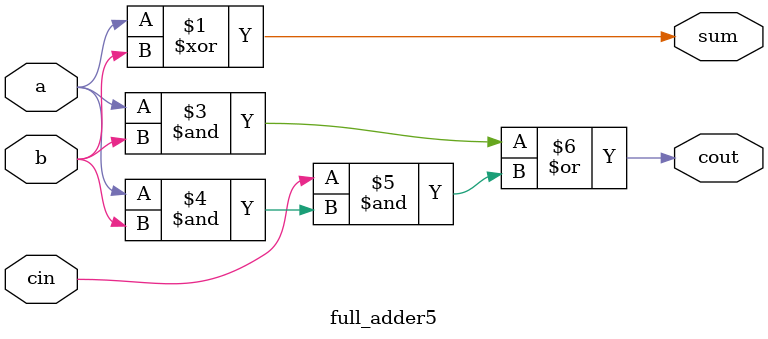
<source format=v>
module full_adder5(a,b,cin,sum,cout);
input a,b,cin;
output sum,cout;
assign sum = a^b^1'b0;
assign cout = a&b|cin&(a&b); 
// initial begin
//     $display("The incorrect adder with xor1 having in2/0");
// end   
endmodule
</source>
